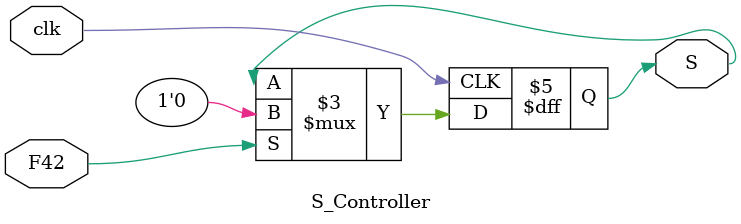
<source format=v>
`timescale 1ns / 1ps
module S_Controller (
    input wire clk,
    input wire F42,
    output reg S
);

    // Initialize S to 1
    initial begin
        S = 1'b1;
    end

    always @(posedge clk) begin
        if (F42)
            S <= 1'b0;
    end

endmodule


</source>
